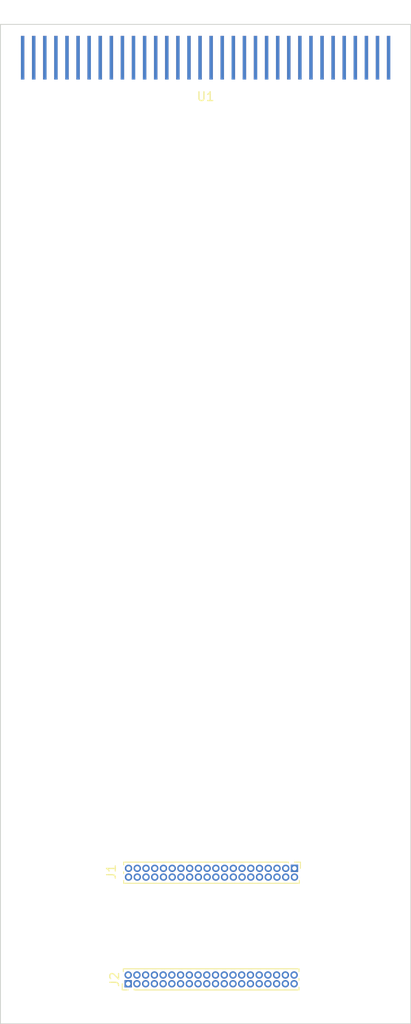
<source format=kicad_pcb>
(kicad_pcb (version 20211014) (generator pcbnew)
  (layers (0 "F.Cu" signal) (31 "B.Cu" signal) (34 "B.Paste" user) (35 "F.Paste" user) (36 "B.SilkS" user "B.Silkscreen") (37 "F.SilkS" user "F.Silkscreen") (38 "B.Mask" user) (39 "F.Mask" user) (44 "Edge.Cuts" user))
  (net 0 "")
  (net 1 "A0")
  (net 2 "A1")
  (net 3 "A2")
  (net 4 "A3")
  (net 5 "A4")
  (net 6 "A5")
  (net 7 "A6")
  (net 8 "A7")
  (net 9 "A8")
  (net 10 "A9")
  (net 11 "A10")
  (net 12 "A11")
  (net 13 "A12")
  (net 14 "A13")
  (net 15 "A14")
  (net 16 "A15")
  (net 17 "A16")
  (net 18 "A17")
  (net 19 "A18")
  (net 20 "A19")
  (net 21 "GND")
  (net 22 "D14")
  (net 23 "D15")
  (net 24 "OE*")
  (net 25 "WE*")
  (net 26 "IRQ*")
  (net 27 "RESET*")
  (net 28 "LOWBAT*")
  (net 29 "CS0*")
  (net 30 "CS1*")
  (net 31 "A20")
  (net 32 "A21")
  (net 33 "A22")
  (net 34 "A23")
  (net 35 "CD*")
  (net 36 "D11")
  (net 37 "D12")
  (net 38 "D13")
  (net 39 "D0")
  (net 40 "D1")
  (net 41 "D2")
  (net 42 "D3")
  (net 43 "D4")
  (net 44 "D5")
  (net 45 "D6")
  (net 46 "D7")
  (net 47 "D8")
  (net 48 "D9")
  (net 49 "D10")
  (net 57 "VDOCK")
  (net 62 "MIC-")
  (net 63 "MIC+")
  (footprint "Connector_PinHeader_1.00mm:PinHeader_2x20_P1.00mm_Vertical" (layer "F.Cu") (at 103.53 147.82 90)
    (fp_text reference "J2" (at 0.5 -1.56 90) (layer "F.SilkS"))
    (fp_text value "Data Lines")
    (fp_line (start -0.71 0.685) (end -0.71 19.56) (layer "F.SilkS") (width 0.12))
    (fp_line (start 0.394493 19.56) (end 0.605507 19.56) (layer "F.SilkS") (width 0.12))
    (fp_line (start -0.71 0) (end -0.71 -0.685) (layer "F.SilkS") (width 0.12))
    (fp_line (start 1.394493 19.56) (end 1.71 19.56) (layer "F.SilkS") (width 0.12))
    (fp_line (start 1.71 -0.56) (end 1.71 19.56) (layer "F.SilkS") (width 0.12))
    (fp_line (start -0.71 0.685) (end -0.608276 0.685) (layer "F.SilkS") (width 0.12))
    (fp_line (start -0.71 19.56) (end -0.394493 19.56) (layer "F.SilkS") (width 0.12))
    (fp_line (start 1.394493 -0.56) (end 1.71 -0.56) (layer "F.SilkS") (width 0.12))
    (fp_line (start -0.71 -0.685) (end 0 -0.685) (layer "F.SilkS") (width 0.12))
    (pad "1" thru_hole rect (at 0 0 90) (size 0.85 0.85) (drill 0.5) (layers *.Cu *.Mask) (net 36 "D11"))
    (pad "2" thru_hole oval (at 1 0 90) (size 0.85 0.85) (drill 0.5) (layers *.Cu *.Mask) (net 37 "D12"))
    (pad "3" thru_hole oval (at 0 1 90) (size 0.85 0.85) (drill 0.5) (layers *.Cu *.Mask) (net 38 "D13"))
    (pad "4" thru_hole oval (at 1 1 90) (size 0.85 0.85) (drill 0.5) (layers *.Cu *.Mask) (net 39 "D0"))
    (pad "5" thru_hole oval (at 0 2 90) (size 0.85 0.85) (drill 0.5) (layers *.Cu *.Mask) (net 40 "D1"))
    (pad "6" thru_hole oval (at 1 2 90) (size 0.85 0.85) (drill 0.5) (layers *.Cu *.Mask) (net 41 "D2"))
    (pad "7" thru_hole oval (at 0 3 90) (size 0.85 0.85) (drill 0.5) (layers *.Cu *.Mask) (net 42 "D3"))
    (pad "8" thru_hole oval (at 1 3 90) (size 0.85 0.85) (drill 0.5) (layers *.Cu *.Mask) (net 43 "D4"))
    (pad "9" thru_hole oval (at 0 4 90) (size 0.85 0.85) (drill 0.5) (layers *.Cu *.Mask) (net 44 "D5"))
    (pad "10" thru_hole oval (at 1 4 90) (size 0.85 0.85) (drill 0.5) (layers *.Cu *.Mask) (net 45 "D6"))
    (pad "11" thru_hole oval (at 0 5 90) (size 0.85 0.85) (drill 0.5) (layers *.Cu *.Mask) (net 46 "D7"))
    (pad "12" thru_hole oval (at 1 5 90) (size 0.85 0.85) (drill 0.5) (layers *.Cu *.Mask) (net 47 "D8"))
    (pad "13" thru_hole oval (at 0 6 90) (size 0.85 0.85) (drill 0.5) (layers *.Cu *.Mask) (net 48 "D9"))
    (pad "14" thru_hole oval (at 1 6 90) (size 0.85 0.85) (drill 0.5) (layers *.Cu *.Mask) (net 49 "D10"))
    (pad "15" thru_hole oval (at 0 7 90) (size 0.85 0.85) (drill 0.5) (layers *.Cu *.Mask) (net 21 "GND"))
    (pad "16" thru_hole oval (at 1 7 90) (size 0.85 0.85) (drill 0.5) (layers *.Cu *.Mask) (net 21 "GND"))
    (pad "17" thru_hole oval (at 0 8 90) (size 0.85 0.85) (drill 0.5) (layers *.Cu *.Mask) (net 21 "GND"))
    (pad "18" thru_hole oval (at 1 8 90) (size 0.85 0.85) (drill 0.5) (layers *.Cu *.Mask) (net 21 "GND"))
    (pad "19" thru_hole oval (at 0 9 90) (size 0.85 0.85) (drill 0.5) (layers *.Cu *.Mask) (net 21 "GND"))
    (pad "20" thru_hole oval (at 1 9 90) (size 0.85 0.85) (drill 0.5) (layers *.Cu *.Mask) (net 21 "GND"))
    (pad "21" thru_hole oval (at 0 10 90) (size 0.85 0.85) (drill 0.5) (layers *.Cu *.Mask) (net 21 "GND"))
    (pad "22" thru_hole oval (at 1 10 90) (size 0.85 0.85) (drill 0.5) (layers *.Cu *.Mask) (net 21 "GND"))
    (pad "23" thru_hole oval (at 0 11 90) (size 0.85 0.85) (drill 0.5) (layers *.Cu *.Mask) (net 21 "GND"))
    (pad "24" thru_hole oval (at 1 11 90) (size 0.85 0.85) (drill 0.5) (layers *.Cu *.Mask) (net 21 "GND"))
    (pad "25" thru_hole oval (at 0 12 90) (size 0.85 0.85) (drill 0.5) (layers *.Cu *.Mask) (net 21 "GND"))
    (pad "26" thru_hole oval (at 1 12 90) (size 0.85 0.85) (drill 0.5) (layers *.Cu *.Mask) (net 21 "GND"))
    (pad "27" thru_hole oval (at 0 13 90) (size 0.85 0.85) (drill 0.5) (layers *.Cu *.Mask) (net 21 "GND"))
    (pad "28" thru_hole oval (at 1 13 90) (size 0.85 0.85) (drill 0.5) (layers *.Cu *.Mask) (net 21 "GND"))
    (pad "29" thru_hole oval (at 0 14 90) (size 0.85 0.85) (drill 0.5) (layers *.Cu *.Mask) (net 21 "GND"))
    (pad "30" thru_hole oval (at 1 14 90) (size 0.85 0.85) (drill 0.5) (layers *.Cu *.Mask) (net 21 "GND"))
    (pad "31" thru_hole oval (at 0 15 90) (size 0.85 0.85) (drill 0.5) (layers *.Cu *.Mask) (net 21 "GND"))
    (pad "32" thru_hole oval (at 1 15 90) (size 0.85 0.85) (drill 0.5) (layers *.Cu *.Mask) (net 21 "GND"))
    (pad "33" thru_hole oval (at 0 16 90) (size 0.85 0.85) (drill 0.5) (layers *.Cu *.Mask) (net 21 "GND"))
    (pad "34" thru_hole oval (at 1 16 90) (size 0.85 0.85) (drill 0.5) (layers *.Cu *.Mask) (net 21 "GND"))
    (pad "35" thru_hole oval (at 0 17 90) (size 0.85 0.85) (drill 0.5) (layers *.Cu *.Mask) (net 21 "GND"))
    (pad "36" thru_hole oval (at 1 17 90) (size 0.85 0.85) (drill 0.5) (layers *.Cu *.Mask) (net 21 "GND"))
    (pad "37" thru_hole oval (at 0 18 90) (size 0.85 0.85) (drill 0.5) (layers *.Cu *.Mask) (net 21 "GND"))
    (pad "38" thru_hole oval (at 1 18 90) (size 0.85 0.85) (drill 0.5) (layers *.Cu *.Mask) (net 21 "GND"))
    (pad "39" thru_hole oval (at 0 19 90) (size 0.85 0.85) (drill 0.5) (layers *.Cu *.Mask) (net 21 "GND"))
    (pad "40" thru_hole oval (at 1 19 90) (size 0.85 0.85) (drill 0.5) (layers *.Cu *.Mask) (net 21 "GND"))
  )
  (footprint "Connector_PinHeader_1.00mm:PinHeader_2x20_P1.00mm_Vertical" (layer "F.Cu") (at 122.57 134.62 -90)
    (fp_text reference "J1" (at 0.394493 20.97 -90) (layer "F.SilkS"))
    (fp_text value "Address & Control Lines")
    (fp_line (start 1.394493 19.56) (end 1.71 19.56) (layer "F.SilkS") (width 0.12))
    (fp_line (start -0.71 0.685) (end -0.71 19.56) (layer "F.SilkS") (width 0.12))
    (fp_line (start -0.71 -0.685) (end 0 -0.685) (layer "F.SilkS") (width 0.12))
    (fp_line (start 0.394493 19.56) (end 0.605507 19.56) (layer "F.SilkS") (width 0.12))
    (fp_line (start -0.71 0.685) (end -0.608276 0.685) (layer "F.SilkS") (width 0.12))
    (fp_line (start 1.71 -0.56) (end 1.71 19.56) (layer "F.SilkS") (width 0.12))
    (fp_line (start -0.71 19.56) (end -0.394493 19.56) (layer "F.SilkS") (width 0.12))
    (fp_line (start 1.394493 -0.56) (end 1.71 -0.56) (layer "F.SilkS") (width 0.12))
    (fp_line (start -0.71 0) (end -0.71 -0.685) (layer "F.SilkS") (width 0.12))
    (pad "1" thru_hole rect (at 0 0 270) (size 0.85 0.85) (drill 0.5) (layers *.Cu *.Mask) (net 1 "A0"))
    (pad "2" thru_hole oval (at 1 0 270) (size 0.85 0.85) (drill 0.5) (layers *.Cu *.Mask) (net 2 "A1"))
    (pad "3" thru_hole oval (at 0 1 270) (size 0.85 0.85) (drill 0.5) (layers *.Cu *.Mask) (net 3 "A2"))
    (pad "4" thru_hole oval (at 1 1 270) (size 0.85 0.85) (drill 0.5) (layers *.Cu *.Mask) (net 4 "A3"))
    (pad "5" thru_hole oval (at 0 2 270) (size 0.85 0.85) (drill 0.5) (layers *.Cu *.Mask) (net 5 "A4"))
    (pad "6" thru_hole oval (at 1 2 270) (size 0.85 0.85) (drill 0.5) (layers *.Cu *.Mask) (net 6 "A5"))
    (pad "7" thru_hole oval (at 0 3 270) (size 0.85 0.85) (drill 0.5) (layers *.Cu *.Mask) (net 7 "A6"))
    (pad "8" thru_hole oval (at 1 3 270) (size 0.85 0.85) (drill 0.5) (layers *.Cu *.Mask) (net 8 "A7"))
    (pad "9" thru_hole oval (at 0 4 270) (size 0.85 0.85) (drill 0.5) (layers *.Cu *.Mask) (net 9 "A8"))
    (pad "10" thru_hole oval (at 1 4 270) (size 0.85 0.85) (drill 0.5) (layers *.Cu *.Mask) (net 10 "A9"))
    (pad "11" thru_hole oval (at 0 5 270) (size 0.85 0.85) (drill 0.5) (layers *.Cu *.Mask) (net 11 "A10"))
    (pad "12" thru_hole oval (at 1 5 270) (size 0.85 0.85) (drill 0.5) (layers *.Cu *.Mask) (net 12 "A11"))
    (pad "13" thru_hole oval (at 0 6 270) (size 0.85 0.85) (drill 0.5) (layers *.Cu *.Mask) (net 13 "A12"))
    (pad "14" thru_hole oval (at 1 6 270) (size 0.85 0.85) (drill 0.5) (layers *.Cu *.Mask) (net 14 "A13"))
    (pad "15" thru_hole oval (at 0 7 270) (size 0.85 0.85) (drill 0.5) (layers *.Cu *.Mask) (net 15 "A14"))
    (pad "16" thru_hole oval (at 1 7 270) (size 0.85 0.85) (drill 0.5) (layers *.Cu *.Mask) (net 16 "A15"))
    (pad "17" thru_hole oval (at 0 8 270) (size 0.85 0.85) (drill 0.5) (layers *.Cu *.Mask) (net 17 "A16"))
    (pad "18" thru_hole oval (at 1 8 270) (size 0.85 0.85) (drill 0.5) (layers *.Cu *.Mask) (net 18 "A17"))
    (pad "19" thru_hole oval (at 0 9 270) (size 0.85 0.85) (drill 0.5) (layers *.Cu *.Mask) (net 19 "A18"))
    (pad "20" thru_hole oval (at 1 9 270) (size 0.85 0.85) (drill 0.5) (layers *.Cu *.Mask) (net 20 "A19"))
    (pad "21" thru_hole oval (at 0 10 270) (size 0.85 0.85) (drill 0.5) (layers *.Cu *.Mask) (net 21 "GND"))
    (pad "22" thru_hole oval (at 1 10 270) (size 0.85 0.85) (drill 0.5) (layers *.Cu *.Mask) (net 21 "GND"))
    (pad "23" thru_hole oval (at 0 11 270) (size 0.85 0.85) (drill 0.5) (layers *.Cu *.Mask) (net 21 "GND"))
    (pad "24" thru_hole oval (at 1 11 270) (size 0.85 0.85) (drill 0.5) (layers *.Cu *.Mask) (net 21 "GND"))
    (pad "25" thru_hole oval (at 0 12 270) (size 0.85 0.85) (drill 0.5) (layers *.Cu *.Mask) (net 21 "GND"))
    (pad "26" thru_hole oval (at 1 12 270) (size 0.85 0.85) (drill 0.5) (layers *.Cu *.Mask) (net 21 "GND"))
    (pad "27" thru_hole oval (at 0 13 270) (size 0.85 0.85) (drill 0.5) (layers *.Cu *.Mask) (net 22 "D14"))
    (pad "28" thru_hole oval (at 1 13 270) (size 0.85 0.85) (drill 0.5) (layers *.Cu *.Mask) (net 23 "D15"))
    (pad "29" thru_hole oval (at 0 14 270) (size 0.85 0.85) (drill 0.5) (layers *.Cu *.Mask) (net 24 "OE*"))
    (pad "30" thru_hole oval (at 1 14 270) (size 0.85 0.85) (drill 0.5) (layers *.Cu *.Mask) (net 25 "WE*"))
    (pad "31" thru_hole oval (at 0 15 270) (size 0.85 0.85) (drill 0.5) (layers *.Cu *.Mask) (net 26 "IRQ*"))
    (pad "32" thru_hole oval (at 1 15 270) (size 0.85 0.85) (drill 0.5) (layers *.Cu *.Mask) (net 27 "RESET*"))
    (pad "33" thru_hole oval (at 0 16 270) (size 0.85 0.85) (drill 0.5) (layers *.Cu *.Mask) (net 28 "LOWBAT*"))
    (pad "34" thru_hole oval (at 1 16 270) (size 0.85 0.85) (drill 0.5) (layers *.Cu *.Mask) (net 29 "CS0*"))
    (pad "35" thru_hole oval (at 0 17 270) (size 0.85 0.85) (drill 0.5) (layers *.Cu *.Mask) (net 30 "CS1*"))
    (pad "36" thru_hole oval (at 1 17 270) (size 0.85 0.85) (drill 0.5) (layers *.Cu *.Mask) (net 31 "A20"))
    (pad "37" thru_hole oval (at 0 18 270) (size 0.85 0.85) (drill 0.5) (layers *.Cu *.Mask) (net 32 "A21"))
    (pad "38" thru_hole oval (at 1 18 270) (size 0.85 0.85) (drill 0.5) (layers *.Cu *.Mask) (net 33 "A22"))
    (pad "39" thru_hole oval (at 0 19 270) (size 0.85 0.85) (drill 0.5) (layers *.Cu *.Mask) (net 34 "A23"))
    (pad "40" thru_hole oval (at 1 19 270) (size 0.85 0.85) (drill 0.5) (layers *.Cu *.Mask) (net 35 "CD*"))
  )
  (footprint "springboard_breakout:Springboard Connector" (layer "F.Cu") (at 112.395 35.56)
    (fp_text reference "U1" (at 0 10.795 unlocked) (layer "F.SilkS"))
    (fp_text value "Springboard_Connector")
    (pad "1" smd rect (at -20.955 6.35) (size 0.4 5) (layers "B.Cu" "B.Paste" "B.Mask") (net 21 "GND"))
    (pad "2" smd rect (at -19.685 6.35) (size 0.4 5) (layers "B.Cu" "B.Paste" "B.Mask") (net 42 "D3"))
    (pad "3" smd rect (at -18.415 6.35) (size 0.4 5) (layers "B.Cu" "B.Paste" "B.Mask") (net 43 "D4"))
    (pad "4" smd rect (at -17.145 6.35) (size 0.4 5) (layers "B.Cu" "B.Paste" "B.Mask") (net 44 "D5"))
    (pad "5" smd rect (at -15.875 6.35) (size 0.4 5) (layers "B.Cu" "B.Paste" "B.Mask") (net 45 "D6"))
    (pad "6" smd rect (at -14.605 6.35) (size 0.4 5) (layers "B.Cu" "B.Paste" "B.Mask") (net 46 "D7"))
    (pad "7" smd rect (at -13.335 6.35) (size 0.4 5) (layers "B.Cu" "B.Paste" "B.Mask") (net 29 "CS0*"))
    (pad "8" smd rect (at -12.065 6.35) (size 0.4 5) (layers "B.Cu" "B.Paste" "B.Mask") (net 11 "A10"))
    (pad "9" smd rect (at -10.795 6.35) (size 0.4 5) (layers "B.Cu" "B.Paste" "B.Mask") (net 24 "OE*"))
    (pad "10" smd rect (at -9.525 6.35) (size 0.4 5) (layers "B.Cu" "B.Paste" "B.Mask") (net 12 "A11"))
    (pad "11" smd rect (at -8.255 6.35) (size 0.4 5) (layers "B.Cu" "B.Paste" "B.Mask") (net 10 "A9"))
    (pad "12" smd rect (at -6.985 6.35) (size 0.4 5) (layers "B.Cu" "B.Paste" "B.Mask") (net 9 "A8"))
    (pad "13" smd rect (at -5.715 6.35) (size 0.4 5) (layers "B.Cu" "B.Paste" "B.Mask") (net 14 "A13"))
    (pad "14" smd rect (at -4.445 6.35) (size 0.4 5) (layers "B.Cu" "B.Paste" "B.Mask") (net 15 "A14"))
    (pad "15" smd rect (at -3.175 6.35) (size 0.4 5) (layers "B.Cu" "B.Paste" "B.Mask") (net 25 "WE*"))
    (pad "16" smd rect (at -1.905 6.35) (size 0.4 5) (layers "B.Cu" "B.Paste" "B.Mask") (net 26 "IRQ*"))
    (pad "17" smd rect (at -0.635 6.35) (size 0.4 5) (layers "B.Cu" "B.Paste" "B.Mask"))
    (pad "18" smd rect (at 0.635 6.35) (size 0.4 5) (layers "B.Cu" "B.Paste" "B.Mask"))
    (pad "19" smd rect (at 1.905 6.35) (size 0.4 5) (layers "B.Cu" "B.Paste" "B.Mask") (net 17 "A16"))
    (pad "20" smd rect (at 3.175 6.35) (size 0.4 5) (layers "B.Cu" "B.Paste" "B.Mask") (net 16 "A15"))
    (pad "21" smd rect (at 4.445 6.35) (size 0.4 5) (layers "B.Cu" "B.Paste" "B.Mask") (net 13 "A12"))
    (pad "22" smd rect (at 5.715 6.35) (size 0.4 5) (layers "B.Cu" "B.Paste" "B.Mask") (net 8 "A7"))
    (pad "23" smd rect (at 6.985 6.35) (size 0.4 5) (layers "B.Cu" "B.Paste" "B.Mask") (net 7 "A6"))
    (pad "24" smd rect (at 8.255 6.35) (size 0.4 5) (layers "B.Cu" "B.Paste" "B.Mask") (net 6 "A5"))
    (pad "25" smd rect (at 9.525 6.35) (size 0.4 5) (layers "B.Cu" "B.Paste" "B.Mask") (net 5 "A4"))
    (pad "26" smd rect (at 10.795 6.35) (size 0.4 5) (layers "B.Cu" "B.Paste" "B.Mask") (net 4 "A3"))
    (pad "27" smd rect (at 12.065 6.35) (size 0.4 5) (layers "B.Cu" "B.Paste" "B.Mask") (net 3 "A2"))
    (pad "28" smd rect (at 13.335 6.35) (size 0.4 5) (layers "B.Cu" "B.Paste" "B.Mask") (net 2 "A1"))
    (pad "29" smd rect (at 14.605 6.35) (size 0.4 5) (layers "B.Cu" "B.Paste" "B.Mask") (net 1 "A0"))
    (pad "30" smd rect (at 15.875 6.35) (size 0.4 5) (layers "B.Cu" "B.Paste" "B.Mask") (net 39 "D0"))
    (pad "31" smd rect (at 17.145 6.35) (size 0.4 5) (layers "B.Cu" "B.Paste" "B.Mask") (net 40 "D1"))
    (pad "32" smd rect (at 18.415 6.35) (size 0.4 5) (layers "B.Cu" "B.Paste" "B.Mask") (net 41 "D2"))
    (pad "33" smd rect (at 19.685 6.35) (size 0.4 5) (layers "B.Cu" "B.Paste" "B.Mask"))
    (pad "34" smd rect (at 20.955 6.35) (size 0.4 5) (layers "B.Cu" "B.Paste" "B.Mask") (net 21 "GND"))
    (pad "35" smd rect (at -20.955 6.35) (size 0.4 5) (layers "F.Cu" "F.Paste" "F.Mask") (net 21 "GND"))
    (pad "36" smd rect (at -19.685 6.35) (size 0.4 5) (layers "F.Cu" "F.Paste" "F.Mask") (net 35 "CD*"))
    (pad "37" smd rect (at -18.415 6.35) (size 0.4 5) (layers "F.Cu" "F.Paste" "F.Mask") (net 36 "D11"))
    (pad "38" smd rect (at -17.145 6.35) (size 0.4 5) (layers "F.Cu" "F.Paste" "F.Mask") (net 37 "D12"))
    (pad "39" smd rect (at -15.875 6.35) (size 0.4 5) (layers "F.Cu" "F.Paste" "F.Mask") (net 38 "D13"))
    (pad "40" smd rect (at -14.605 6.35) (size 0.4 5) (layers "F.Cu" "F.Paste" "F.Mask") (net 22 "D14"))
    (pad "41" smd rect (at -13.335 6.35) (size 0.4 5) (layers "F.Cu" "F.Paste" "F.Mask") (net 23 "D15"))
    (pad "42" smd rect (at -12.065 6.35) (size 0.4 5) (layers "F.Cu" "F.Paste" "F.Mask") (net 30 "CS1*"))
    (pad "43" smd rect (at -10.795 6.35) (size 0.4 5) (layers "F.Cu" "F.Paste" "F.Mask"))
    (pad "44" smd rect (at -9.525 6.35) (size 0.4 5) (layers "F.Cu" "F.Paste" "F.Mask"))
    (pad "45" smd rect (at -8.255 6.35) (size 0.4 5) (layers "F.Cu" "F.Paste" "F.Mask"))
    (pad "46" smd rect (at -6.985 6.35) (size 0.4 5) (layers "F.Cu" "F.Paste" "F.Mask") (net 18 "A17"))
    (pad "47" smd rect (at -5.715 6.35) (size 0.4 5) (layers "F.Cu" "F.Paste" "F.Mask") (net 19 "A18"))
    (pad "48" smd rect (at -4.445 6.35) (size 0.4 5) (layers "F.Cu" "F.Paste" "F.Mask") (net 20 "A19"))
    (pad "49" smd rect (at -3.175 6.35) (size 0.4 5) (layers "F.Cu" "F.Paste" "F.Mask") (net 31 "A20"))
    (pad "50" smd rect (at -1.905 6.35) (size 0.4 5) (layers "F.Cu" "F.Paste" "F.Mask") (net 32 "A21"))
    (pad "51" smd rect (at -0.635 6.35) (size 0.4 5) (layers "F.Cu" "F.Paste" "F.Mask"))
    (pad "52" smd rect (at 0.635 6.35) (size 0.4 5) (layers "F.Cu" "F.Paste" "F.Mask") (net 57 "VDOCK"))
    (pad "53" smd rect (at 1.905 6.35) (size 0.4 5) (layers "F.Cu" "F.Paste" "F.Mask") (net 33 "A22"))
    (pad "54" smd rect (at 3.175 6.35) (size 0.4 5) (layers "F.Cu" "F.Paste" "F.Mask") (net 34 "A23"))
    (pad "55" smd rect (at 4.445 6.35) (size 0.4 5) (layers "F.Cu" "F.Paste" "F.Mask"))
    (pad "56" smd rect (at 5.715 6.35) (size 0.4 5) (layers "F.Cu" "F.Paste" "F.Mask"))
    (pad "57" smd rect (at 6.985 6.35) (size 0.4 5) (layers "F.Cu" "F.Paste" "F.Mask"))
    (pad "58" smd rect (at 8.255 6.35) (size 0.4 5) (layers "F.Cu" "F.Paste" "F.Mask") (net 27 "RESET*"))
    (pad "59" smd rect (at 9.525 6.35) (size 0.4 5) (layers "F.Cu" "F.Paste" "F.Mask"))
    (pad "60" smd rect (at 10.795 6.35) (size 0.4 5) (layers "F.Cu" "F.Paste" "F.Mask") (net 62 "MIC-"))
    (pad "61" smd rect (at 12.065 6.35) (size 0.4 5) (layers "F.Cu" "F.Paste" "F.Mask") (net 63 "MIC+"))
    (pad "62" smd rect (at 13.335 6.35) (size 0.4 5) (layers "F.Cu" "F.Paste" "F.Mask"))
    (pad "63" smd rect (at 14.605 6.35) (size 0.4 5) (layers "F.Cu" "F.Paste" "F.Mask") (net 28 "LOWBAT*"))
    (pad "64" smd rect (at 15.875 6.35) (size 0.4 5) (layers "F.Cu" "F.Paste" "F.Mask") (net 47 "D8"))
    (pad "65" smd rect (at 17.145 6.35) (size 0.4 5) (layers "F.Cu" "F.Paste" "F.Mask") (net 48 "D9"))
    (pad "66" smd rect (at 18.415 6.35) (size 0.4 5) (layers "F.Cu" "F.Paste" "F.Mask") (net 49 "D10"))
    (pad "67" smd rect (at 19.685 6.35) (size 0.4 5) (layers "F.Cu" "F.Paste" "F.Mask") (net 35 "CD*"))
    (pad "68" smd rect (at 20.955 6.35) (size 0.4 5) (layers "F.Cu" "F.Paste" "F.Mask") (net 21 "GND"))
  )
  (gr_line (start 88.9 38.1) (end 135.89 38.1) (layer "Edge.Cuts") (width 0.1))
  (gr_line (start 135.89 152.4) (end 88.9 152.4) (layer "Edge.Cuts") (width 0.1))
  (gr_line (start 88.9 38.1) (end 88.9 152.4) (layer "Edge.Cuts") (width 0.1))
  (gr_line (start 135.89 152.4) (end 135.89 38.1) (layer "Edge.Cuts") (width 0.1))
)
</source>
